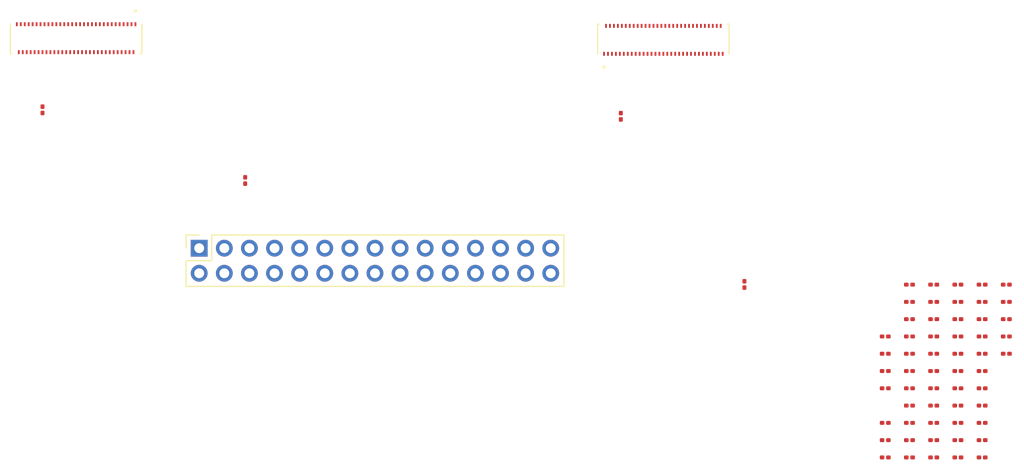
<source format=kicad_pcb>
(kicad_pcb (version 20240108) (generator "pcbnew") (generator_version "8.0")
  (layers (0 "F.Cu" signal) (31 "B.Cu" signal) (34 "B.Paste" user) (35 "F.Paste" user) (36 "B.SilkS" user "B.Silkscreen") (37 "F.SilkS" user "F.Silkscreen") (38 "B.Mask" user) (39 "F.Mask" user) (44 "Edge.Cuts" user))
  (net 0 "")
  (net 92 "/LV2AP")
  (net 93 "GND")
  (net 94 "/LVDS1V8")
  (net 95 "/VDD5")
  (net 96 "/LV1EN")
  (net 97 "/GND0")
  (net 98 "/LV2CN")
  (net 99 "/VDD6")
  (net 100 "/LV2DP")
  (net 101 "/LV2EP")
  (net 102 "/LV1BP")
  (net 103 "/VDD4")
  (net 104 "/VDD3")
  (net 105 "/VDD7")
  (net 106 "/LV1DN")
  (net 107 "/LV1CN")
  (net 108 "/LV2EN")
  (net 109 "/LV1DP")
  (net 110 "/LV1AN")
  (net 111 "/LV2BP")
  (net 112 "/VDD2")
  (net 113 "/VDD9")
  (net 114 "/LV1BN")
  (net 115 "/LV1CP")
  (net 116 "/LV2DN")
  (net 117 "/LV1EP")
  (net 118 "/LV2BN")
  (net 119 "/LV1AP")
  (net 121 "/LV2AN")
  (net 122 "/VDD8")
  (net 123 "/LV2CP")
  (net 124 "Net-(J3-Pad47)")
  (net 125 "/VDD10")
  (net 128 "Net-(R2-Pad2)")
  (net 129 "Net-(R12-Pad1)")
  (net 130 "Net-(R14-Pad2)")
  (net 131 "Net-(R20-Pad2)")
  (net 132 "Net-(R26-Pad2)")
  (net 134 "Net-(R44-Pad2)")
  (net 136 "Net-(R46-Pad2)")
  (net 137 "Net-(R50-Pad2)")
  (net 138 "Net-(R52-Pad2)")
  (net 139 "Net-(R56-Pad2)")
  (net 140 "Net-(R58-Pad2)")
  (net 143 "/LVDS_O0P")
  (net 144 "/EVF1_O0P")
  (net 145 "/EVF2_O0P")
  (net 146 "/LVDS_O0N")
  (net 147 "Net-(R4-Pad2)")
  (net 148 "/EVF1_O0N")
  (net 149 "/EVF2_O0N")
  (net 150 "/LVDS_O1P")
  (net 151 "Net-(R10-Pad2)")
  (net 152 "/LVDS_O1N")
  (net 153 "/EVF1_O1N")
  (net 154 "/EVF2_O1N")
  (net 155 "/LVDS_O2P")
  (net 156 "/EVF1_O2P")
  (net 157 "/EVF2_O2P")
  (net 158 "Net-(R16-Pad2)")
  (net 159 "/LVDS_O2N")
  (net 160 "/EVF1_O2N")
  (net 161 "/EVF2_O2N")
  (net 162 "/LVDS_O3P")
  (net 163 "/EVF1_O3P")
  (net 164 "/EVF2_O3P")
  (net 165 "/LVDS_O3N")
  (net 166 "Net-(R22-Pad2)")
  (net 167 "/EVF1_O3N")
  (net 168 "/EVF2_O3N")
  (net 169 "/LVDS_OCP")
  (net 170 "/EVF1_OCP")
  (net 171 "/EVF2_OCP")
  (net 172 "/LVDS_OCN")
  (net 173 "Net-(R28-Pad2)")
  (net 174 "/EVF1_OCN")
  (net 175 "/EVF2_OCN")
  (net 176 "/LVDS_E0P")
  (net 177 "/LVDS_E0N")
  (net 178 "Net-(R32-Pad2)")
  (net 179 "/LVDS_E1P")
  (net 180 "Net-(R34-Pad2)")
  (net 181 "/LVDS_E1N")
  (net 182 "/LVDS_E2P")
  (net 183 "/LVDS_E2N")
  (net 184 "/LVDS_E3P")
  (net 185 "/LVDS_E3N")
  (net 186 "Net-(R38-Pad2)")
  (net 187 "/LVDS_ECP")
  (net 188 "/LVDS_ECN")
  (net 189 "Net-(R40-Pad2)")
  (net 190 "/EVF1_E0P")
  (net 191 "/EVF2_E0P")
  (net 192 "/EVF1_E0N")
  (net 193 "/EVF2_E0N")
  (net 194 "/EVF1_E1N")
  (net 195 "/EVF2_E1N")
  (net 196 "/EVF1_E2P")
  (net 197 "/EVF2_E2P")
  (net 198 "/EVF1_E2N")
  (net 199 "/EVF2_E2N")
  (net 200 "/EVF1_E3P")
  (net 201 "/EVF2_E3P")
  (net 202 "/EVF1_E3N")
  (net 203 "/EVF2_E3N")
  (net 204 "/EVF1_ECP")
  (net 205 "/EVF2_ECP")
  (net 206 "/EVF1_ECN")
  (net 207 "/EVF2_ECN")
  (net 208 "/EVF1_O1P")
  (net 209 "/EVF2_O1P")
  (footprint "Resistor_SMD:R_0201_0603Metric" (layer "F.Cu") (at 253.595 126.95)
    (property "Reference" "R11" (hide yes))
    (property "Value" "16.5")
    (pad "1" smd roundrect (at -0.32 0) (size 0.46 0.4) (layers "F.Cu" "F.Mask") (net 151 "Net-(R10-Pad2)"))
    (pad "2" smd roundrect (at 0.32 0) (size 0.46 0.4) (layers "F.Cu" "F.Mask") (net 192 "/EVF1_E0N"))
  )
  (footprint "Resistor_SMD:R_0201_0603Metric" (layer "F.Cu") (at 248.695 119.95)
    (property "Reference" "R33" (hide yes))
    (property "Value" "16.5")
    (pad "1" smd roundrect (at -0.32 0) (size 0.46 0.4) (layers "F.Cu" "F.Mask") (net 178 "Net-(R32-Pad2)"))
    (pad "2" smd roundrect (at 0.32 0) (size 0.46 0.4) (layers "F.Cu" "F.Mask") (net 160 "/EVF1_O2N"))
  )
  (footprint "Resistor_SMD:R_0201_0603Metric" (layer "F.Cu") (at 246.245 118.2)
    (property "Reference" "R9" (hide yes))
    (property "Value" "16.5")
    (pad "1" smd roundrect (at -0.32 0) (size 0.46 0.4) (layers "F.Cu" "F.Mask") (net 129 "Net-(R12-Pad1)"))
    (pad "2" smd roundrect (at 0.32 0) (size 0.46 0.4) (layers "F.Cu" "F.Mask") (net 148 "/EVF1_O0N"))
  )
  (footprint "Resistor_SMD:R_0201_0603Metric" (layer "F.Cu") (at 253.595 111.2)
    (property "Reference" "R22" (hide yes))
    (property "Value" "16.5")
    (pad "1" smd roundrect (at -0.32 0) (size 0.46 0.4) (layers "F.Cu" "F.Mask") (net 181 "/LVDS_E1N"))
    (pad "2" smd roundrect (at 0.32 0) (size 0.46 0.4) (layers "F.Cu" "F.Mask") (net 166 "Net-(R22-Pad2)"))
  )
  (footprint "Resistor_SMD:R_0201_0603Metric" (layer "F.Cu") (at 258.495 111.2)
    (property "Reference" "R49" (hide yes))
    (property "Value" "16.5")
    (pad "1" smd roundrect (at -0.32 0) (size 0.46 0.4) (layers "F.Cu" "F.Mask") (net 136 "Net-(R46-Pad2)"))
    (pad "2" smd roundrect (at 0.32 0) (size 0.46 0.4) (layers "F.Cu" "F.Mask") (net 203 "/EVF2_E3N"))
  )
  (footprint "Resistor_SMD:R_0201_0603Metric" (layer "F.Cu") (at 253.595 125.2)
    (property "Reference" "R7" (hide yes))
    (property "Value" "16.5")
    (pad "1" smd roundrect (at -0.32 0) (size 0.46 0.4) (layers "F.Cu" "F.Mask") (net 147 "Net-(R4-Pad2)"))
    (pad "2" smd roundrect (at 0.32 0) (size 0.46 0.4) (layers "F.Cu" "F.Mask") (net 191 "/EVF2_E0P"))
  )
  (footprint "Resistor_SMD:R_0201_0603Metric" (layer "F.Cu") (at 248.695 123.45)
    (property "Reference" "R38" (hide yes))
    (property "Value" "16.5")
    (pad "1" smd roundrect (at -0.32 0) (size 0.46 0.4) (layers "F.Cu" "F.Mask") (net 162 "/LVDS_O3P"))
    (pad "2" smd roundrect (at 0.32 0) (size 0.46 0.4) (layers "F.Cu" "F.Mask") (net 186 "Net-(R38-Pad2)"))
  )
  (footprint "Resistor_SMD:R_0201_0603Metric" (layer "F.Cu") (at 256.045 116.45)
    (property "Reference" "R25" (hide yes))
    (property "Value" "16.5")
    (pad "1" smd roundrect (at -0.32 0) (size 0.46 0.4) (layers "F.Cu" "F.Mask") (net 166 "Net-(R22-Pad2)"))
    (pad "2" smd roundrect (at 0.32 0) (size 0.46 0.4) (layers "F.Cu" "F.Mask") (net 195 "/EVF2_E1N"))
  )
  (footprint "Connector_PinSocket_2.54mm:PinSocket_2x15_P2.54mm_Vertical" (layer "F.Cu") (at 176.85 107.51 90)
    (property "Reference" "J2" (hide yes))
    (property "Value" "Conn_02x15_Odd_Even")
    (fp_line (start 1.33 -1.33) (end 1.33 0) (stroke (width 0.12)) (layer "F.SilkS"))
    (fp_line (start 0 -1.33) (end 1.33 -1.33) (stroke (width 0.12)) (layer "F.SilkS"))
    (fp_line (start -1.270001 -1.33) (end -1.27 1.27) (stroke (width 0.12)) (layer "F.SilkS"))
    (fp_line (start -3.87 -1.33) (end -1.270001 -1.33) (stroke (width 0.12)) (layer "F.SilkS"))
    (fp_line (start -3.87 -1.33) (end -3.87 36.89) (stroke (width 0.12)) (layer "F.SilkS"))
    (fp_line (start -1.27 1.27) (end 1.33 1.270001) (stroke (width 0.12)) (layer "F.SilkS"))
    (fp_line (start 1.33 1.270001) (end 1.33 36.89) (stroke (width 0.12)) (layer "F.SilkS"))
    (fp_line (start -3.87 36.89) (end 1.33 36.89) (stroke (width 0.12)) (layer "F.SilkS"))
    (pad "1" thru_hole rect (at 0 0 90) (size 1.7 1.7) (drill 1) (layers "*.Cu" "*.Mask"))
    (pad "2" thru_hole oval (at -2.54 0 90) (size 1.7 1.7) (drill 1) (layers "*.Cu" "*.Mask"))
    (pad "3" thru_hole oval (at 0 2.54 90) (size 1.7 1.7) (drill 1) (layers "*.Cu" "*.Mask"))
    (pad "4" thru_hole oval (at -2.54 2.54 90) (size 1.7 1.7) (drill 1) (layers "*.Cu" "*.Mask"))
    (pad "5" thru_hole oval (at 0 5.079999 90) (size 1.7 1.7) (drill 1) (layers "*.Cu" "*.Mask"))
    (pad "6" thru_hole oval (at -2.54 5.08 90) (size 1.7 1.7) (drill 1) (layers "*.Cu" "*.Mask"))
    (pad "7" thru_hole oval (at 0 7.62 90) (size 1.7 1.7) (drill 1) (layers "*.Cu" "*.Mask"))
    (pad "8" thru_hole oval (at -2.54 7.62 90) (size 1.7 1.7) (drill 1) (layers "*.Cu" "*.Mask"))
    (pad "9" thru_hole oval (at 0 10.16 90) (size 1.7 1.7) (drill 1) (layers "*.Cu" "*.Mask"))
    (pad "10" thru_hole oval (at -2.54 10.16 90) (size 1.7 1.7) (drill 1) (layers "*.Cu" "*.Mask"))
    (pad "11" thru_hole oval (at 0 12.7 90) (size 1.7 1.7) (drill 1) (layers "*.Cu" "*.Mask"))
    (pad "12" thru_hole oval (at -2.54 12.7 90) (size 1.7 1.7) (drill 1) (layers "*.Cu" "*.Mask"))
    (pad "13" thru_hole oval (at 0 15.24 90) (size 1.7 1.7) (drill 1) (layers "*.Cu" "*.Mask"))
    (pad "14" thru_hole oval (at -2.54 15.24 90) (size 1.7 1.7) (drill 1) (layers "*.Cu" "*.Mask"))
    (pad "15" thru_hole oval (at 0 17.780001 90) (size 1.7 1.7) (drill 1) (layers "*.Cu" "*.Mask"))
    (pad "16" thru_hole oval (at -2.54 17.78 90) (size 1.7 1.7) (drill 1) (layers "*.Cu" "*.Mask"))
    (pad "17" thru_hole oval (at 0 20.32 90) (size 1.7 1.7) (drill 1) (layers "*.Cu" "*.Mask"))
    (pad "18" thru_hole oval (at -2.54 20.32 90) (size 1.7 1.7) (drill 1) (layers "*.Cu" "*.Mask"))
    (pad "19" thru_hole oval (at 0 22.86 90) (size 1.7 1.7) (drill 1) (layers "*.Cu" "*.Mask"))
    (pad "20" thru_hole oval (at -2.54 22.86 90) (size 1.7 1.7) (drill 1) (layers "*.Cu" "*.Mask"))
    (pad "21" thru_hole oval (at 0 25.4 90) (size 1.7 1.7) (drill 1) (layers "*.Cu" "*.Mask"))
    (pad "22" thru_hole oval (at -2.54 25.4 90) (size 1.7 1.7) (drill 1) (layers "*.Cu" "*.Mask"))
    (pad "23" thru_hole oval (at 0 27.939999 90) (size 1.7 1.7) (drill 1) (layers "*.Cu" "*.Mask"))
    (pad "24" thru_hole oval (at -2.54 27.94 90) (size 1.7 1.7) (drill 1) (layers "*.Cu" "*.Mask"))
    (pad "25" thru_hole oval (at 0 30.48 90) (size 1.7 1.7) (drill 1) (layers "*.Cu" "*.Mask"))
    (pad "26" thru_hole oval (at -2.54 30.48 90) (size 1.7 1.7) (drill 1) (layers "*.Cu" "*.Mask"))
    (pad "27" thru_hole oval (at 0 33.02 90) (size 1.7 1.7) (drill 1) (layers "*.Cu" "*.Mask"))
    (pad "28" thru_hole oval (at -2.54 33.02 90) (size 1.7 1.7) (drill 1) (layers "*.Cu" "*.Mask"))
    (pad "29" thru_hole oval (at 0 35.56 90) (size 1.7 1.7) (drill 1) (layers "*.Cu" "*.Mask"))
    (pad "30" thru_hole oval (at -2.54 35.56 90) (size 1.7 1.7) (drill 1) (layers "*.Cu" "*.Mask"))
  )
  (footprint "Resistor_SMD:R_0201_0603Metric" (layer "F.Cu") (at 256.045 111.2)
    (property "Reference" "R17" (hide yes))
    (property "Value" "16.5")
    (pad "1" smd roundrect (at -0.32 0) (size 0.46 0.4) (layers "F.Cu" "F.Mask") (net 158 "Net-(R16-Pad2)"))
    (pad "2" smd roundrect (at 0.32 0) (size 0.46 0.4) (layers "F.Cu" "F.Mask") (net 190 "/EVF1_E0P"))
  )
  (footprint "Resistor_SMD:R_0201_0603Metric" (layer "F.Cu") (at 256.045 126.95)
    (property "Reference" "R43" (hide yes))
    (property "Value" "16.5")
    (pad "1" smd roundrect (at -0.32 0) (size 0.46 0.4) (layers "F.Cu" "F.Mask") (net 189 "Net-(R40-Pad2)"))
    (pad "2" smd roundrect (at 0.32 0) (size 0.46 0.4) (layers "F.Cu" "F.Mask") (net 201 "/EVF2_E3P"))
  )
  (footprint "Resistor_SMD:R_0201_0603Metric" (layer "F.Cu") (at 256.045 114.7)
    (property "Reference" "R23" (hide yes))
    (property "Value" "16.5")
    (pad "1" smd roundrect (at -0.32 0) (size 0.46 0.4) (layers "F.Cu" "F.Mask") (net 166 "Net-(R22-Pad2)"))
    (pad "2" smd roundrect (at 0.32 0) (size 0.46 0.4) (layers "F.Cu" "F.Mask") (net 194 "/EVF1_E1N"))
  )
  (footprint "Resistor_SMD:R_0201_0603Metric" (layer "F.Cu") (at 251.145 114.7)
    (property "Reference" "R50" (hide yes))
    (property "Value" "16.5")
    (pad "1" smd roundrect (at -0.32 0) (size 0.46 0.4) (layers "F.Cu" "F.Mask") (net 169 "/LVDS_OCP"))
    (pad "2" smd roundrect (at 0.32 0) (size 0.46 0.4) (layers "F.Cu" "F.Mask") (net 137 "Net-(R50-Pad2)"))
  )
  (footprint "Resistor_SMD:R_0201_0603Metric" (layer "F.Cu") (at 246.245 121.7)
    (property "Reference" "R14" (hide yes))
    (property "Value" "16.5")
    (pad "1" smd roundrect (at -0.32 0) (size 0.46 0.4) (layers "F.Cu" "F.Mask") (net 150 "/LVDS_O1P"))
    (pad "2" smd roundrect (at 0.32 0) (size 0.46 0.4) (layers "F.Cu" "F.Mask") (net 130 "Net-(R14-Pad2)"))
  )
  (footprint "Resistor_SMD:R_0201_0603Metric" (layer "F.Cu") (at 248.695 118.2)
    (property "Reference" "R32" (hide yes))
    (property "Value" "16.5")
    (pad "1" smd roundrect (at -0.32 0) (size 0.46 0.4) (layers "F.Cu" "F.Mask") (net 159 "/LVDS_O2N"))
    (pad "2" smd roundrect (at 0.32 0) (size 0.46 0.4) (layers "F.Cu" "F.Mask") (net 178 "Net-(R32-Pad2)"))
  )
  (footprint "Resistor_SMD:R_0201_0603Metric" (layer "F.Cu") (at 256.045 128.7)
    (property "Reference" "R47" (hide yes))
    (property "Value" "16.5")
    (pad "1" smd roundrect (at -0.32 0) (size 0.46 0.4) (layers "F.Cu" "F.Mask") (net 136 "Net-(R46-Pad2)"))
    (pad "2" smd roundrect (at 0.32 0) (size 0.46 0.4) (layers "F.Cu" "F.Mask") (net 202 "/EVF1_E3N"))
  )
  (footprint "Resistor_SMD:R_0201_0603Metric" (layer "F.Cu") (at 246.245 128.7)
    (property "Reference" "R21" (hide yes))
    (property "Value" "16.5")
    (pad "1" smd roundrect (at -0.32 0) (size 0.46 0.4) (layers "F.Cu" "F.Mask") (net 131 "Net-(R20-Pad2)"))
    (pad "2" smd roundrect (at 0.32 0) (size 0.46 0.4) (layers "F.Cu" "F.Mask") (net 153 "/EVF1_O1N"))
  )
  (footprint "Resistor_SMD:R_0201_0603Metric" (layer "F.Cu") (at 256.045 125.2)
    (property "Reference" "R41" (hide yes))
    (property "Value" "16.5")
    (pad "1" smd roundrect (at -0.32 0) (size 0.46 0.4) (layers "F.Cu" "F.Mask") (net 189 "Net-(R40-Pad2)"))
    (pad "2" smd roundrect (at 0.32 0) (size 0.46 0.4) (layers "F.Cu" "F.Mask") (net 200 "/EVF1_E3P"))
  )
  (footprint "Resistor_SMD:R_0201_0603Metric" (layer "F.Cu") (at 248.695 121.7)
    (property "Reference" "R36" (hide yes))
    (property "Value" "16.5")
    (pad "1" smd roundrect (at -0.32 0) (size 0.46 0.4) (layers "F.Cu" "F.Mask") (net 178 "Net-(R32-Pad2)"))
    (pad "2" smd roundrect (at 0.32 0) (size 0.46 0.4) (layers "F.Cu" "F.Mask") (net 161 "/EVF2_O2N"))
  )
  (footprint "Resistor_SMD:R_0201_0603Metric" (layer "F.Cu") (at 246.245 126.95)
    (property "Reference" "R20" (hide yes))
    (property "Value" "16.5")
    (pad "1" smd roundrect (at -0.32 0) (size 0.46 0.4) (layers "F.Cu" "F.Mask") (net 152 "/LVDS_O1N"))
    (pad "2" smd roundrect (at 0.32 0) (size 0.46 0.4) (layers "F.Cu" "F.Mask") (net 131 "Net-(R20-Pad2)"))
  )
  (footprint "Resistor_SMD:R_0201_0603Metric" (layer "F.Cu") (at 253.595 112.95)
    (property "Reference" "R28" (hide yes))
    (property "Value" "16.5")
    (pad "1" smd roundrect (at -0.32 0) (size 0.46 0.4) (layers "F.Cu" "F.Mask") (net 182 "/LVDS_E2P"))
    (pad "2" smd roundrect (at 0.32 0) (size 0.46 0.4) (layers "F.Cu" "F.Mask") (net 173 "Net-(R28-Pad2)"))
  )
  (footprint "Resistor_SMD:R_0201_0603Metric" (layer "F.Cu") (at 253.595 128.7)
    (property "Reference" "R13" (hide yes))
    (property "Value" "16.5")
    (pad "1" smd roundrect (at -0.32 0) (size 0.46 0.4) (layers "F.Cu" "F.Mask") (net 151 "Net-(R10-Pad2)"))
    (pad "2" smd roundrect (at 0.32 0) (size 0.46 0.4) (layers "F.Cu" "F.Mask") (net 193 "/EVF2_E0N"))
  )
  (footprint "Resistor_SMD:R_0201_0603Metric" (layer "F.Cu") (at 248.695 125.2)
    (property "Reference" "R39" (hide yes))
    (property "Value" "16.5")
    (pad "1" smd roundrect (at -0.32 0) (size 0.46 0.4) (layers "F.Cu" "F.Mask") (net 186 "Net-(R38-Pad2)"))
    (pad "2" smd roundrect (at 0.32 0) (size 0.46 0.4) (layers "F.Cu" "F.Mask") (net 163 "/EVF1_O3P"))
  )
  (footprint "Component_lib:FR02C061JA1R5000" (layer "F.Cu") (at 164.4 86.33 180)
    (property "Reference" "J3" (hide yes))
    (property "Value" "FR02C061JA1-R5000" (hide yes))
    (fp_line (start 6.65 1.5) (end 6.65 1.5) (stroke (width 0.1)) (layer "F.SilkS"))
    (fp_line (start 6.65 1.5) (end 6.65 -1.5) (stroke (width 0.1)) (layer "F.SilkS"))
    (fp_line (start 6.65 -1.5) (end 6.65 1.5) (stroke (width 0.1)) (layer "F.SilkS"))
    (fp_line (start 6.65 -1.5) (end 6.65 -1.5) (stroke (width 0.1)) (layer "F.SilkS"))
    (fp_line (start 6.65 -1.5) (end 6.65 -1.5) (stroke (width 0.1)) (layer "F.SilkS"))
    (fp_line (start 6.65 -1.5) (end 6.5 -1.5) (stroke (width 0.1)) (layer "F.SilkS"))
    (fp_line (start 6.5 -1.5) (end 6.65 -1.5) (stroke (width 0.1)) (layer "F.SilkS"))
    (fp_line (start 6.5 -1.5) (end 6.5 -1.5) (stroke (width 0.1)) (layer "F.SilkS"))
    (fp_line (start -6 2.9) (end -6 2.9) (stroke (width 0.2)) (layer "F.SilkS"))
    (fp_line (start -6 2.9) (end -6 2.9) (stroke (width 0.2)) (layer "F.SilkS"))
    (fp_line (start -6 2.8) (end -6 2.8) (stroke (width 0.2)) (layer "F.SilkS"))
    (fp_line (start -6.5 -1.5) (end -6.5 -1.5) (stroke (width 0.1)) (layer "F.SilkS"))
    (fp_line (start -6.5 -1.5) (end -6.65 -1.5) (stroke (width 0.1)) (layer "F.SilkS"))
    (fp_line (start -6.65 1.5) (end -6.65 1.5) (stroke (width 0.1)) (layer "F.SilkS"))
    (fp_line (start -6.65 1.5) (end -6.65 -1.5) (stroke (width 0.1)) (layer "F.SilkS"))
    (fp_line (start -6.65 -1.5) (end -6.5 -1.5) (stroke (width 0.1)) (layer "F.SilkS"))
    (fp_line (start -6.65 -1.5) (end -6.65 1.5) (stroke (width 0.1)) (layer "F.SilkS"))
    (fp_line (start -6.65 -1.5) (end -6.65 -1.5) (stroke (width 0.1)) (layer "F.SilkS"))
    (fp_line (start -6.65 -1.5) (end -6.65 -1.5) (stroke (width 0.1)) (layer "F.SilkS"))
    (fp_arc (start -6 2.9) (mid -6.05 2.85) (end -6 2.8) (stroke (width 0.2)) (layer "F.SilkS"))
    (fp_arc (start -6 2.8) (mid -5.95 2.85) (end -6 2.9) (stroke (width 0.2)) (layer "F.SilkS"))
    (fp_arc (start -6 2.8) (mid -5.95 2.85) (end -6 2.9) (stroke (width 0.2)) (layer "F.SilkS"))
    (pad "1" smd rect (at -6 1.5 180) (size 0.18 0.4) (layers "F.Cu" "F.Paste" "F.Mask") (net 93 "GND"))
    (pad "2" smd rect (at -5.8 -1.33 180) (size 0.18 0.4) (layers "F.Cu" "F.Paste" "F.Mask") (net 112 "/VDD2"))
    (pad "3" smd rect (at -5.6 1.5 180) (size 0.18 0.4) (layers "F.Cu" "F.Paste" "F.Mask") (net 104 "/VDD3"))
    (pad "4" smd rect (at -5.400001 -1.33 180) (size 0.18 0.4) (layers "F.Cu" "F.Paste" "F.Mask") (net 99 "/VDD6"))
    (pad "5" smd rect (at -5.2 1.5 180) (size 0.18 0.4) (layers "F.Cu" "F.Paste" "F.Mask") (net 103 "/VDD4"))
    (pad "6" smd rect (at -5 -1.33 180) (size 0.18 0.4) (layers "F.Cu" "F.Paste" "F.Mask") (net 105 "/VDD7"))
    (pad "7" smd rect (at -4.8 1.5 180) (size 0.18 0.4) (layers "F.Cu" "F.Paste" "F.Mask") (net 95 "/VDD5"))
    (pad "8" smd rect (at -4.6 -1.33 180) (size 0.18 0.4) (layers "F.Cu" "F.Paste" "F.Mask") (net 122 "/VDD8"))
    (pad "9" smd rect (at -4.4 1.5 180) (size 0.18 0.4) (layers "F.Cu" "F.Paste" "F.Mask") (net 125 "/VDD10"))
    (pad "10" smd rect (at -4.199999 -1.33 180) (size 0.18 0.4) (layers "F.Cu" "F.Paste" "F.Mask") (net 93 "GND"))
    (pad "11" smd rect (at -4 1.5 180) (size 0.18 0.4) (layers "F.Cu" "F.Paste" "F.Mask") (net 113 "/VDD9"))
    (pad "12" smd rect (at -3.8 -1.33 180) (size 0.18 0.4) (layers "F.Cu" "F.Paste" "F.Mask") (net 97 "/GND0"))
    (pad "13" smd rect (at -3.6 1.5 180) (size 0.18 0.4) (layers "F.Cu" "F.Paste" "F.Mask"))
    (pad "14" smd rect (at -3.4 -1.33 180) (size 0.18 0.4) (layers "F.Cu" "F.Paste" "F.Mask") (net 116 "/LV2DN"))
    (pad "15" smd rect (at -3.2 1.5 180) (size 0.18 0.4) (layers "F.Cu" "F.Paste" "F.Mask") (net 100 "/LV2DP"))
    (pad "16" smd rect (at -3 -1.33 180) (size 0.18 0.4) (layers "F.Cu" "F.Paste" "F.Mask") (net 108 "/LV2EN"))
    (pad "17" smd rect (at -2.8 1.5 180) (size 0.18 0.4) (layers "F.Cu" "F.Paste" "F.Mask") (net 101 "/LV2EP"))
    (pad "18" smd rect (at -2.600001 -1.33 180) (size 0.18 0.4) (layers "F.Cu" "F.Paste" "F.Mask") (net 98 "/LV2CN"))
    (pad "19" smd rect (at -2.4 1.5 180) (size 0.18 0.4) (layers "F.Cu" "F.Paste" "F.Mask") (net 123 "/LV2CP"))
    (pad "20" smd rect (at -2.2 -1.33 180) (size 0.18 0.4) (layers "F.Cu" "F.Paste" "F.Mask") (net 118 "/LV2BN"))
    (pad "21" smd rect (at -2 1.5 180) (size 0.18 0.4) (layers "F.Cu" "F.Paste" "F.Mask") (net 111 "/LV2BP"))
    (pad "22" smd rect (at -1.8 -1.33 180) (size 0.18 0.4) (layers "F.Cu" "F.Paste" "F.Mask") (net 121 "/LV2AN"))
    (pad "23" smd rect (at -1.6 1.5 180) (size 0.18 0.4) (layers "F.Cu" "F.Paste" "F.Mask") (net 92 "/LV2AP"))
    (pad "24" smd rect (at -1.4 -1.330001 180) (size 0.18 0.4) (layers "F.Cu" "F.Paste" "F.Mask") (net 97 "/GND0"))
    (pad "25" smd rect (at -1.2 1.5 180) (size 0.18 0.4) (layers "F.Cu" "F.Paste" "F.Mask") (net 93 "GND"))
    (pad "26" smd rect (at -1 -1.33 180) (size 0.18 0.4) (layers "F.Cu" "F.Paste" "F.Mask") (net 94 "/LVDS1V8"))
    (pad "27" smd rect (at -0.8 1.5 180) (size 0.18 0.4) (layers "F.Cu" "F.Paste" "F.Mask") (net 93 "GND"))
    (pad "28" smd rect (at -0.6 -1.33 180) (size 0.18 0.4) (layers "F.Cu" "F.Paste" "F.Mask") (net 93 "GND"))
    (pad "29" smd rect (at -0.4 1.5 180) (size 0.18 0.4) (layers "F.Cu" "F.Paste" "F.Mask") (net 93 "GND"))
    (pad "30" smd rect (at -0.199999 -1.33 180) (size 0.18 0.4) (layers "F.Cu" "F.Paste" "F.Mask") (net 93 "GND"))
    (pad "31" smd rect (at 0 1.5 180) (size 0.18 0.4) (layers "F.Cu" "F.Paste" "F.Mask") (net 94 "/LVDS1V8"))
    (pad "32" smd rect (at 0.199999 -1.33 180) (size 0.18 0.4) (layers "F.Cu" "F.Paste" "F.Mask") (net 93 "GND"))
    (pad "33" smd rect (at 0.4 1.5 180) (size 0.18 0.4) (layers "F.Cu" "F.Paste" "F.Mask") (net 93 "GND"))
    (pad "34" smd rect (at 0.6 -1.33 180) (size 0.18 0.4) (layers "F.Cu" "F.Paste" "F.Mask"))
    (pad "35" smd rect (at 0.8 1.5 180) (size 0.18 0.4) (layers "F.Cu" "F.Paste" "F.Mask") (net 119 "/LV1AP"))
    (pad "36" smd rect (at 1 -1.33 180) (size 0.18 0.4) (layers "F.Cu" "F.Paste" "F.Mask") (net 110 "/LV1AN"))
    (pad "37" smd rect (at 1.2 1.5 180) (size 0.18 0.4) (layers "F.Cu" "F.Paste" "F.Mask") (net 102 "/LV1BP"))
    (pad "38" smd rect (at 1.4 -1.330001 180) (size 0.18 0.4) (layers "F.Cu" "F.Paste" "F.Mask") (net 114 "/LV1BN"))
    (pad "39" smd rect (at 1.6 1.5 180) (size 0.18 0.4) (layers "F.Cu" "F.Paste" "F.Mask") (net 115 "/LV1CP"))
    (pad "40" smd rect (at 1.8 -1.33 180) (size 0.18 0.4) (layers "F.Cu" "F.Paste" "F.Mask") (net 107 "/LV1CN"))
    (pad "41" smd rect (at 2 1.5 180) (size 0.18 0.4) (layers "F.Cu" "F.Paste" "F.Mask") (net 117 "/LV1EP"))
    (pad "42" smd rect (at 2.2 -1.33 180) (size 0.18 0.4) (layers "F.Cu" "F.Paste" "F.Mask") (net 96 "/LV1EN"))
    (pad "43" smd rect (at 2.4 1.5 180) (size 0.18 0.4) (layers "F.Cu" "F.Paste" "F.Mask") (net 109 "/LV1DP"))
    (pad "44" smd rect (at 2.600001 -1.33 180) (size 0.18 0.4) (layers "F.Cu" "F.Paste" "F.Mask") (net 106 "/LV1DN"))
    (pad "45" smd rect (at 2.8 1.5 180) (size 0.18 0.4) (layers "F.Cu" "F.Paste" "F.Mask") (net 94 "/LVDS1V8"))
    (pad "46" smd rect (at 3 -1.33 180) (size 0.18 0.4) (layers "F.Cu" "F.Paste" "F.Mask") (net 93 "GND"))
    (pad "47" smd rect (at 3.2 1.5 180) (size 0.18 0.4) (layers "F.Cu" "F.Paste" "F.Mask") (net 124 "Net-(J3-Pad47)"))
    (pad "48" smd rect (at 3.4 -1.33 180) (size 0.18 0.4) (layers "F.Cu" "F.Paste" "F.Mask") (net 94 "/LVDS1V8"))
    (pad "49" smd rect (at 3.6 1.5 180) (size 0.18 0.4) (layers "F.Cu" "F.Paste" "F.Mask") (net 93 "GND"))
    (pad "50" smd rect (at 3.8 -1.33 180) (size 0.18 0.4) (layers "F.Cu" "F.Paste" "F.Mask"))
    (pad "51" smd rect (at 4 1.5 180) (size 0.18 0.4) (layers "F.Cu" "F.Paste" "F.Mask"))
    (pad "52" smd rect (at 4.199999 -1.33 180) (size 0.18 0.4) (layers "F.Cu" "F.Paste" "F.Mask"))
    (pad "53" smd rect (at 4.4 1.5 180) (size 0.18 0.4) (layers "F.Cu" "F.Paste" "F.Mask"))
    (pad "54" smd rect (at 4.6 -1.33 180) (size 0.18 0.4) (layers "F.Cu" "F.Paste" "F.Mask"))
    (pad "55" smd rect (at 4.8 1.5 180) (size 0.18 0.4) (layers "F.Cu" "F.Paste" "F.Mask") (net 93 "GND"))
    (pad "56" smd rect (at 5 -1.33 180) (size 0.18 0.4) (layers "F.Cu" "F.Paste" "F.Mask") (net 93 "GND"))
    (pad "57" smd rect (at 5.2 1.5 180) (size 0.18 0.4) (layers "F.Cu" "F.Paste" "F.Mask") (net 113 "/VDD9"))
    (pad "58" smd rect (at 5.400001 -1.33 180) (size 0.18 0.4) (layers "F.Cu" "F.Paste" "F.Mask") (net 93 "GND"))
    (pad "59" smd rect (at 5.6 1.5 180) (size 0.18 0.4) (layers "F.Cu" "F.Paste" "F.Mask") (net 125 "/VDD10"))
    (pad "60" smd rect (at 5.8 -1.33 180) (size 0.18 0.4) (layers "F.Cu" "F.Paste" "F.Mask") (net 112 "/VDD2"))
    (pad "61" smd rect (at 6 1.5 180) (size 0.18 0.4) (layers "F.Cu" "F.Paste" "F.Mask") (net 93 "GND"))
  )
  (footprint "Resistor_SMD:R_0201_0603Metric" (layer "F.Cu") (at 161 93.5 90)
    (property "Reference" "R3" (hide yes))
    (property "Value" "16.5")
    (pad "1" smd roundrect (at -0.32 0 90) (size 0.46 0.4) (layers "F.Cu" "F.Mask") (net 128 "Net-(R2-Pad2)"))
    (pad "2" smd roundrect (at 0.32 0 90) (size 0.46 0.4) (layers "F.Cu" "F.Mask") (net 144 "/EVF1_O0P"))
  )
  (footprint "Resistor_SMD:R_0201_0603Metric" (layer "F.Cu") (at 258.495 118.2)
    (property "Reference" "R61" (hide yes))
    (property "Value" "16.5")
    (pad "1" smd roundrect (at -0.32 0) (size 0.46 0.4) (layers "F.Cu" "F.Mask") (net 140 "Net-(R58-Pad2)"))
    (pad "2" smd roundrect (at 0.32 0) (size 0.46 0.4) (layers "F.Cu" "F.Mask") (net 207 "/EVF2_ECN"))
  )
  (footprint "Resistor_SMD:R_0201_0603Metric" (layer "F.Cu") (at 246.245 116.45)
    (property "Reference" "R8" (hide yes))
    (property "Value" "16.5")
    (pad "1" smd roundrect (at -0.32 0) (size 0.46 0.4) (layers "F.Cu" "F.Mask") (net 146 "/LVDS_O0N"))
    (pad "2" smd roundrect (at 0.32 0) (size 0.46 0.4) (layers "F.Cu" "F.Mask") (net 129 "Net-(R12-Pad1)"))
  )
  (footprint "Resistor_SMD:R_0201_0603Metric" (layer "F.Cu") (at 251.145 128.7)
    (property "Reference" "R16" (hide yes))
    (property "Value" "16.5")
    (pad "1" smd roundrect (at -0.32 0) (size 0.46 0.4) (layers "F.Cu" "F.Mask") (net 179 "/LVDS_E1P"))
    (pad "2" smd roundrect (at 0.32 0) (size 0.46 0.4) (layers "F.Cu" "F.Mask") (net 158 "Net-(R16-Pad2)"))
  )
  (footprint "Resistor_SMD:R_0201_0603Metric" (layer "F.Cu") (at 248.695 112.95)
    (property "Reference" "R26" (hide yes))
    (property "Value" "16.5")
    (pad "1" smd roundrect (at -0.32 0) (size 0.46 0.4) (layers "F.Cu" "F.Mask") (net 155 "/LVDS_O2P"))
    (pad "2" smd roundrect (at 0.32 0) (size 0.46 0.4) (layers "F.Cu" "F.Mask") (net 132 "Net-(R26-Pad2)"))
  )
  (footprint "Resistor_SMD:R_0201_0603Metric" (layer "F.Cu") (at 251.145 116.45)
    (property "Reference" "R51" (hide yes))
    (property "Value" "16.5")
    (pad "1" smd roundrect (at -0.32 0) (size 0.46 0.4) (layers "F.Cu" "F.Mask") (net 137 "Net-(R50-Pad2)"))
    (pad "2" smd roundrect (at 0.32 0) (size 0.46 0.4) (layers "F.Cu" "F.Mask") (net 170 "/EVF1_OCP"))
  )
  (footprint "Resistor_SMD:R_0201_0603Metric" (layer "F.Cu") (at 251.145 126.95)
    (property "Reference" "R10" (hide yes))
    (property "Value" "16.5")
    (pad "1" smd roundrect (at -0.32 0) (size 0.46 0.4) (layers "F.Cu" "F.Mask") (net 177 "/LVDS_E0N"))
    (pad "2" smd roundrect (at 0.32 0) (size 0.46 0.4) (layers "F.Cu" "F.Mask") (net 151 "Net-(R10-Pad2)"))
  )
  (footprint "Resistor_SMD:R_0201_0603Metric" (layer "F.Cu") (at 253.595 114.7)
    (property "Reference" "R34" (hide yes))
    (property "Value" "16.5")
    (pad "1" smd roundrect (at -0.32 0) (size 0.46 0.4) (layers "F.Cu" "F.Mask") (net 183 "/LVDS_E2N"))
    (pad "2" smd roundrect (at 0.32 0) (size 0.46 0.4) (layers "F.Cu" "F.Mask") (net 180 "Net-(R34-Pad2)"))
  )
  (footprint "Resistor_SMD:R_0201_0603Metric" (layer "F.Cu") (at 251.145 111.2)
    (property "Reference" "R45" (hide yes))
    (property "Value" "16.5")
    (pad "1" smd roundrect (at -0.32 0) (size 0.46 0.4) (layers "F.Cu" "F.Mask") (net 134 "Net-(R44-Pad2)"))
    (pad "2" smd roundrect (at 0.32 0) (size 0.46 0.4) (layers "F.Cu" "F.Mask") (net 167 "/EVF1_O3N"))
  )
  (footprint "Resistor_SMD:R_0201_0603Metric" (layer "F.Cu") (at 248.695 114.7)
    (property "Reference" "R27" (hide yes))
    (property "Value" "16.5")
    (pad "1" smd roundrect (at -0.32 0) (size 0.46 0.4) (layers "F.Cu" "F.Mask") (net 132 "Net-(R26-Pad2)"))
    (pad "2" smd roundrect (at 0.32 0) (size 0.46 0.4) (layers "F.Cu" "F.Mask") (net 156 "/EVF1_O2P"))
  )
  (footprint "Resistor_SMD:R_0201_0603Metric" (layer "F.Cu") (at 258.495 116.45)
    (property "Reference" "R59" (hide yes))
    (property "Value" "16.5")
    (pad "1" smd roundrect (at -0.32 0) (size 0.46 0.4) (layers "F.Cu" "F.Mask") (net 140 "Net-(R58-Pad2)"))
    (pad "2" smd roundrect (at 0.32 0) (size 0.46 0.4) (layers "F.Cu" "F.Mask") (net 206 "/EVF1_ECN"))
  )
  (footprint "Resistor_SMD:R_0201_0603Metric" (layer "F.Cu") (at 246.245 119.95)
    (property "Reference" "R12" (hide yes))
    (property "Value" "16.5")
    (pad "1" smd roundrect (at -0.32 0) (size 0.46 0.4) (layers "F.Cu" "F.Mask") (net 129 "Net-(R12-Pad1)"))
    (pad "2" smd roundrect (at 0.32 0) (size 0.46 0.4) (layers "F.Cu" "F.Mask") (net 149 "/EVF2_O0N"))
  )
  (footprint "Resistor_SMD:R_0201_0603Metric" (layer "F.Cu") (at 258.495 112.95)
    (property "Reference" "R53" (hide yes))
    (property "Value" "16.5")
    (pad "1" smd roundrect (at -0.32 0) (size 0.46 0.4) (layers "F.Cu" "F.Mask") (net 138 "Net-(R52-Pad2)"))
    (pad "2" smd roundrect (at 0.32 0) (size 0.46 0.4) (layers "F.Cu" "F.Mask") (net 204 "/EVF1_ECP"))
  )
  (footprint "Resistor_SMD:R_0201_0603Metric" (layer "F.Cu") (at 251.145 123.45)
    (property "Reference" "R60" (hide yes))
    (property "Value" "16.5")
    (pad "1" smd roundrect (at -0.32 0) (size 0.46 0.4) (layers "F.Cu" "F.Mask") (net 139 "Net-(R56-Pad2)"))
    (pad "2" smd roundrect (at 0.32 0) (size 0.46 0.4) (layers "F.Cu" "F.Mask") (net 175 "/EVF2_OCN"))
  )
  (footprint "Resistor_SMD:R_0201_0603Metric" (layer "F.Cu") (at 232 111.18 90)
    (property "Reference" "R15" (hide yes))
    (property "Value" "16.5")
    (pad "1" smd roundrect (at -0.32 0 90) (size 0.46 0.4) (layers "F.Cu" "F.Mask") (net 130 "Net-(R14-Pad2)"))
    (pad "2" smd roundrect (at 0.32 0 90) (size 0.46 0.4) (layers "F.Cu" "F.Mask") (net 208 "/EVF1_O1P"))
  )
  (footprint "Resistor_SMD:R_0201_0603Metric" (layer "F.Cu") (at 251.145 121.7)
    (property "Reference" "R57" (hide yes))
    (property "Value" "16.5")
    (pad "1" smd roundrect (at -0.32 0) (size 0.46 0.4) (layers "F.Cu" "F.Mask") (net 139 "Net-(R56-Pad2)"))
    (pad "2" smd roundrect (at 0.32 0) (size 0.46 0.4) (layers "F.Cu" "F.Mask") (net 174 "/EVF1_OCN"))
  )
  (footprint "Resistor_SMD:R_0201_0603Metric" (layer "F.Cu") (at 251.145 119.95)
    (property "Reference" "R56" (hide yes))
    (property "Value" "16.5")
    (pad "1" smd roundrect (at -0.32 0) (size 0.46 0.4) (layers "F.Cu" "F.Mask") (net 172 "/LVDS_OCN"))
    (pad "2" smd roundrect (at 0.32 0) (size 0.46 0.4) (layers "F.Cu" "F.Mask") (net 139 "Net-(R56-Pad2)"))
  )
  (footprint "Resistor_SMD:R_0201_0603Metric" (layer "F.Cu") (at 248.695 116.45)
    (property "Reference" "R30" (hide yes))
    (property "Value" "16.5")
    (pad "1" smd roundrect (at -0.32 0) (size 0.46 0.4) (layers "F.Cu" "F.Mask") (net 132 "Net-(R26-Pad2)"))
    (pad "2" smd roundrect (at 0.32 0) (size 0.46 0.4) (layers "F.Cu" "F.Mask") (net 157 "/EVF2_O2P"))
  )
  (footprint "Resistor_SMD:R_0201_0603Metric" (layer "F.Cu") (at 251.145 125.2)
    (property "Reference" "R4" (hide yes))
    (property "Value" "16.5")
    (pad "1" smd roundrect (at -0.32 0) (size 0.46 0.4) (layers "F.Cu" "F.Mask") (net 176 "/LVDS_E0P"))
    (pad "2" smd roundrect (at 0.32 0) (size 0.46 0.4) (layers "F.Cu" "F.Mask") (net 147 "Net-(R4-Pad2)"))
  )
  (footprint "Resistor_SMD:R_0201_0603Metric" (layer "F.Cu") (at 253.595 119.95)
    (property "Reference" "R52" (hide yes))
    (property "Value" "16.5")
    (pad "1" smd roundrect (at -0.32 0) (size 0.46 0.4) (layers "F.Cu" "F.Mask") (net 187 "/LVDS_ECP"))
    (pad "2" smd roundrect (at 0.32 0) (size 0.46 0.4) (layers "F.Cu" "F.Mask") (net 138 "Net-(R52-Pad2)"))
  )
  (footprint "Resistor_SMD:R_0201_0603Metric" (layer "F.Cu") (at 253.595 116.45)
    (property "Reference" "R40" (hide yes))
    (property "Value" "16.5")
    (pad "1" smd roundrect (at -0.32 0) (size 0.46 0.4) (layers "F.Cu" "F.Mask") (net 184 "/LVDS_E3P"))
    (pad "2" smd roundrect (at 0.32 0) (size 0.46 0.4) (layers "F.Cu" "F.Mask") (net 189 "Net-(R40-Pad2)"))
  )
  (footprint "Resistor_SMD:R_0201_0603Metric" (layer "F.Cu") (at 256.045 112.95)
    (property "Reference" "R19" (hide yes))
    (property "Value" "16.5")
    (pad "1" smd roundrect (at -0.32 0) (size 0.46 0.4) (layers "F.Cu" "F.Mask") (net 158 "Net-(R16-Pad2)"))
    (pad "2" smd roundrect (at 0.32 0) (size 0.46 0.4) (layers "F.Cu" "F.Mask") (net 191 "/EVF2_E0P"))
  )
  (footprint "Resistor_SMD:R_0201_0603Metric" (layer "F.Cu") (at 256.045 121.7)
    (property "Reference" "R35" (hide yes))
    (property "Value" "16.5")
    (pad "1" smd roundrect (at -0.32 0) (size 0.46 0.4) (layers "F.Cu" "F.Mask") (net 180 "Net-(R34-Pad2)"))
    (pad "2" smd roundrect (at 0.32 0) (size 0.46 0.4) (layers "F.Cu" "F.Mask") (net 198 "/EVF1_E2N"))
  )
  (footprint "Resistor_SMD:R_0201_0603Metric" (layer "F.Cu") (at 219.5 94.155 90)
    (property "Reference" "R6" (hide yes))
    (property "Value" "16.5")
    (pad "1" smd roundrect (at -0.32 0 90) (size 0.46 0.4) (layers "F.Cu" "F.Mask") (net 128 "Net-(R2-Pad2)"))
    (pad "2" smd roundrect (at 0.32 0 90) (size 0.46 0.4) (layers "F.Cu" "F.Mask") (net 145 "/EVF2_O0P"))
  )
  (footprint "Component_lib:FR02C061JA1R5000" (layer "F.Cu") (at 223.8 86.33)
    (property "Reference" "J1" (hide yes))
    (property "Value" "FR02C061JA1-R5000" (hide yes))
    (fp_line (start -6.65 -1.5) (end -6.65 -1.5) (stroke (width 0.1)) (layer "F.SilkS"))
    (fp_line (start -6.65 -1.5) (end -6.65 -1.5) (stroke (width 0.1)) (layer "F.SilkS"))
    (fp_line (start -6.65 -1.5) (end -6.65 1.5) (stroke (width 0.1)) (layer "F.SilkS"))
    (fp_line (start -6.65 -1.5) (end -6.5 -1.5) (stroke (width 0.1)) (layer "F.SilkS"))
    (fp_line (start -6.65 1.5) (end -6.65 -1.5) (stroke (width 0.1)) (layer "F.SilkS"))
    (fp_line (start -6.65 1.5) (end -6.65 1.5) (stroke (width 0.1)) (layer "F.SilkS"))
    (fp_line (start -6.5 -1.5) (end -6.65 -1.5) (stroke (width 0.1)) (layer "F.SilkS"))
    (fp_line (start -6.5 -1.5) (end -6.5 -1.5) (stroke (width 0.1)) (layer "F.SilkS"))
    (fp_line (start -6 2.8) (end -6 2.8) (stroke (width 0.2)) (layer "F.SilkS"))
    (fp_line (start -6 2.9) (end -6 2.9) (stroke (width 0.2)) (layer "F.SilkS"))
    (fp_line (start -6 2.9) (end -6 2.9) (stroke (width 0.2)) (layer "F.SilkS"))
    (fp_line (start 6.5 -1.5) (end 6.5 -1.5) (stroke (width 0.1)) (layer "F.SilkS"))
    (fp_line (start 6.5 -1.5) (end 6.65 -1.5) (stroke (width 0.1)) (layer "F.SilkS"))
    (fp_line (start 6.65 -1.5) (end 6.5 -1.5) (stroke (width 0.1)) (layer "F.SilkS"))
    (fp_line (start 6.65 -1.5) (end 6.65 -1.5) (stroke (width 0.1)) (layer "F.SilkS"))
    (fp_line (start 6.65 -1.5) (end 6.65 -1.5) (stroke (width 0.1)) (layer "F.SilkS"))
    (fp_line (start 6.65 -1.5) (end 6.65 1.5) (stroke (width 0.1)) (layer "F.SilkS"))
    (fp_line (start 6.65 1.5) (end 6.65 -1.5) (stroke (width 0.1)) (layer "F.SilkS"))
    (fp_line (start 6.65 1.5) (end 6.65 1.5) (stroke (width 0.1)) (layer "F.SilkS"))
    (fp_arc (start -6 2.8) (mid -5.95 2.85) (end -6 2.9) (stroke (width 0.2)) (layer "F.SilkS"))
    (fp_arc (start -6 2.8) (mid -5.95 2.85) (end -6 2.9) (stroke (width 0.2)) (layer "F.SilkS"))
    (fp_arc (start -6 2.9) (mid -6.05 2.85) (end -6 2.8) (stroke (width 0.2)) (layer "F.SilkS"))
    (pad "1" smd rect (at -6 1.5) (size 0.18 0.4) (layers "F.Cu" "F.Paste" "F.Mask"))
    (pad "2" smd rect (at -5.8 -1.33) (size 0.18 0.4) (layers "F.Cu" "F.Paste" "F.Mask"))
    (pad "3" smd rect (at -5.6 1.5) (size 0.18 0.4) (layers "F.Cu" "F.Paste" "F.Mask"))
    (pad "4" smd rect (at -5.4 -1.33) (size 0.18 0.4) (layers "F.Cu" "F.Paste" "F.Mask"))
    (pad "5" smd rect (at -5.2 1.5) (size 0.18 0.4) (layers "F.Cu" "F.Paste" "F.Mask"))
    (pad "6" smd rect (at -5 -1.33) (size 0.18 0.4) (layers "F.Cu" "F.Paste" "F.Mask"))
    (pad "7" smd rect (at -4.8 1.5) (size 0.18 0.4) (layers "F.Cu" "F.Paste" "F.Mask"))
    (pad "8" smd rect (at -4.6 -1.33) (size 0.18 0.4) (layers "F.Cu" "F.Paste" "F.Mask"))
    (pad "9" smd rect (at -4.4 1.5) (size 0.18 0.4) (layers "F.Cu" "F.Paste" "F.Mask"))
    (pad "10" smd rect (at -4.2 -1.33) (size 0.18 0.4) (layers "F.Cu" "F.Paste" "F.Mask"))
    (pad "11" smd rect (at -4 1.5) (size 0.18 0.4) (layers "F.Cu" "F.Paste" "F.Mask"))
    (pad "12" smd rect (at -3.8 -1.33) (size 0.18 0.4) (layers "F.Cu" "F.Paste" "F.Mask"))
    (pad "13" smd rect (at -3.6 1.5) (size 0.18 0.4) (layers "F.Cu" "F.Paste" "F.Mask"))
    (pad "14" smd rect (at -3.4 -1.33) (size 0.18 0.4) (layers "F.Cu" "F.Paste" "F.Mask"))
    (pad "15" smd rect (at -3.2 1.5) (size 0.18 0.4) (layers "F.Cu" "F.Paste" "F.Mask"))
    (pad "16" smd rect (at -3 -1.33) (size 0.18 0.4) (layers "F.Cu" "F.Paste" "F.Mask"))
    (pad "17" smd rect (at -2.8 1.5) (size 0.18 0.4) (layers "F.Cu" "F.Paste" "F.Mask"))
    (pad "18" smd rect (at -2.6 -1.33) (size 0.18 0.4) (layers "F.Cu" "F.Paste" "F.Mask"))
    (pad "19" smd rect (at -2.4 1.5) (size 0.18 0.4) (layers "F.Cu" "F.Paste" "F.Mask"))
    (pad "20" smd rect (at -2.2 -1.33) (size 0.18 0.4) (layers "F.Cu" "F.Paste" "F.Mask"))
    (pad "21" smd rect (at -2 1.5) (size 0.18 0.4) (layers "F.Cu" "F.Paste" "F.Mask"))
    (pad "22" smd rect (at -1.8 -1.33) (size 0.18 0.4) (layers "F.Cu" "F.Paste" "F.Mask"))
    (pad "23" smd rect (at -1.6 1.5) (size 0.18 0.4) (layers "F.Cu" "F.Paste" "F.Mask"))
    (pad "24" smd rect (at -1.4 -1.33) (size 0.18 0.4) (layers "F.Cu" "F.Paste" "F.Mask"))
    (pad "25" smd rect (at -1.2 1.5) (size 0.18 0.4) (layers "F.Cu" "F.Paste" "F.Mask"))
    (pad "26" smd rect (at -1 -1.33) (size 0.18 0.4) (layers "F.Cu" "F.Paste" "F.Mask"))
    (pad "27" smd rect (at -0.8 1.5) (size 0.18 0.4) (layers "F.Cu" "F.Paste" "F.Mask"))
    (pad "28" smd rect (at -0.6 -1.33) (size 0.18 0.4) (layers "F.Cu" "F.Paste" "F.Mask"))
    (pad "29" smd rect (at -0.4 1.5) (size 0.18 0.4) (layers "F.Cu" "F.Paste" "F.Mask"))
    (pad "30" smd rect (at -0.2 -1.33) (size 0.18 0.4) (layers "F.Cu" "F.Paste" "F.Mask"))
    (pad "31" smd rect (at 0 1.5) (size 0.18 0.4) (layers "F.Cu" "F.Paste" "F.Mask"))
    (pad "32" smd rect (at 0.2 -1.33) (size 0.18 0.4) (layers "F.Cu" "F.Paste" "F.Mask"))
    (pad "33" smd rect (at 0.4 1.5) (size 0.18 0.4) (layers "F.Cu" "F.Paste" "F.Mask"))
    (pad "34" smd rect (at 0.6 -1.33) (size 0.18 0.4) (layers "F.Cu" "F.Paste" "F.Mask"))
    (pad "35" smd rect (at 0.8 1.5) (size 0.18 0.4) (layers "F.Cu" "F.Paste" "F.Mask"))
    (pad "36" smd rect (at 1 -1.33) (size 0.18 0.4) (layers "F.Cu" "F.Paste" "F.Mask"))
    (pad "37" smd rect (at 1.2 1.5) (size 0.18 0.4) (layers "F.Cu" "F.Paste" "F.Mask"))
    (pad "38" smd rect (at 1.4 -1.33) (size 0.18 0.4) (layers "F.Cu" "F.Paste" "F.Mask"))
    (pad "39" smd rect (at 1.6 1.5) (size 0.18 0.4) (layers "F.Cu" "F.Paste" "F.Mask"))
    (pad "40" smd rect (at 1.8 -1.33) (size 0.18 0.4) (layers "F.Cu" "F.Paste" "F.Mask"))
    (pad "41" smd rect (at 2 1.5) (size 0.18 0.4) (layers "F.Cu" "F.Paste" "F.Mask"))
    (pad "42" smd rect (at 2.2 -1.33) (size 0.18 0.4) (layers "F.Cu" "F.Paste" "F.Mask"))
    (pad "43" smd rect (at 2.4 1.5) (size 0.18 0.4) (layers "F.Cu" "F.Paste" "F.Mask"))
    (pad "44" smd rect (at 2.6 -1.33) (size 0.18 0.4) (layers "F.Cu" "F.Paste" "F.Mask"))
    (pad "45" smd rect (at 2.8 1.5) (size 0.18 0.4) (layers "F.Cu" "F.Paste" "F.Mask"))
    (pad "46" smd rect (at 3 -1.33) (size 0.18 0.4) (layers "F.Cu" "F.Paste" "F.Mask"))
    (pad "47" smd rect (at 3.2 1.5) (size 0.18 0.4) (layers "F.Cu" "F.Paste" "F.Mask"))
    (pad "48" smd rect (at 3.4 -1.33) (size 0.18 0.4) (layers "F.Cu" "F.Paste" "F.Mask"))
    (pad "49" smd rect (at 3.6 1.5) (size 0.18 0.4) (layers "F.Cu" "F.Paste" "F.Mask"))
    (pad "50" smd rect (at 3.8 -1.33) (size 0.18 0.4) (layers "F.Cu" "F.Paste" "F.Mask"))
    (pad "51" smd rect (at 4 1.5) (size 0.18 0.4) (layers "F.Cu" "F.Paste" "F.Mask"))
    (pad "52" smd rect (at 4.2 -1.33) (size 0.18 0.4) (layers "F.Cu" "F.Paste" "F.Mask"))
    (pad "53" smd rect (at 4.4 1.5) (size 0.18 0.4) (layers "F.Cu" "F.Paste" "F.Mask"))
    (pad "54" smd rect (at 4.6 -1.33) (size 0.18 0.4) (layers "F.Cu" "F.Paste" "F.Mask"))
    (pad "55" smd rect (at 4.8 1.5) (size 0.18 0.4) (layers "F.Cu" "F.Paste" "F.Mask"))
    (pad "56" smd rect (at 5 -1.33) (size 0.18 0.4) (layers "F.Cu" "F.Paste" "F.Mask"))
    (pad "57" smd rect (at 5.2 1.5) (size 0.18 0.4) (layers "F.Cu" "F.Paste" "F.Mask"))
    (pad "58" smd rect (at 5.4 -1.33) (size 0.18 0.4) (layers "F.Cu" "F.Paste" "F.Mask"))
    (pad "59" smd rect (at 5.6 1.5) (size 0.18 0.4) (layers "F.Cu" "F.Paste" "F.Mask"))
    (pad "60" smd rect (at 5.8 -1.33) (size 0.18 0.4) (layers "F.Cu" "F.Paste" "F.Mask"))
    (pad "61" smd rect (at 6 1.5) (size 0.18 0.4) (layers "F.Cu" "F.Paste" "F.Mask"))
  )
  (footprint "Resistor_SMD:R_0201_0603Metric" (layer "F.Cu") (at 253.595 123.45)
    (property "Reference" "R5" (hide yes))
    (property "Value" "16.5")
    (pad "1" smd roundrect (at -0.32 0) (size 0.46 0.4) (layers "F.Cu" "F.Mask") (net 147 "Net-(R4-Pad2)"))
    (pad "2" smd roundrect (at 0.32 0) (size 0.46 0.4) (layers "F.Cu" "F.Mask") (net 190 "/EVF1_E0P"))
  )
  (footprint "Resistor_SMD:R_0201_0603Metric" (layer "F.Cu") (at 181.5 100.655 90)
    (property "Reference" "R2" (hide yes))
    (property "Value" "16.5")
    (pad "1" smd roundrect (at -0.32 0 90) (size 0.46 0.4) (layers "F.Cu" "F.Mask") (net 143 "/LVDS_O0P"))
    (pad "2" smd roundrect (at 0.32 0 90) (size 0.46 0.4) (layers "F.Cu" "F.Mask") (net 128 "Net-(R2-Pad2)"))
  )
  (footprint "Resistor_SMD:R_0201_0603Metric" (layer "F.Cu") (at 253.595 121.7)
    (property "Reference" "R58" (hide yes))
    (property "Value" "16.5")
    (pad "1" smd roundrect (at -0.32 0) (size 0.46 0.4) (layers "F.Cu" "F.Mask") (net 188 "/LVDS_ECN"))
    (pad "2" smd roundrect (at 0.32 0) (size 0.46 0.4) (layers "F.Cu" "F.Mask") (net 140 "Net-(R58-Pad2)"))
  )
  (footprint "Resistor_SMD:R_0201_0603Metric" (layer "F.Cu") (at 256.045 118.2)
    (property "Reference" "R29" (hide yes))
    (property "Value" "16.5")
    (pad "1" smd roundrect (at -0.32 0) (size 0.46 0.4) (layers "F.Cu" "F.Mask") (net 173 "Net-(R28-Pad2)"))
    (pad "2" smd roundrect (at 0.32 0) (size 0.46 0.4) (layers "F.Cu" "F.Mask") (net 196 "/EVF1_E2P"))
  )
  (footprint "Resistor_SMD:R_0201_0603Metric" (layer "F.Cu") (at 248.695 111.2)
    (property "Reference" "R24" (hide yes))
    (property "Value" "16.5")
    (pad "1" smd roundrect (at -0.32 0) (size 0.46 0.4) (layers "F.Cu" "F.Mask") (net 131 "Net-(R20-Pad2)"))
    (pad "2" smd roundrect (at 0.32 0) (size 0.46 0.4) (layers "F.Cu" "F.Mask") (net 154 "/EVF2_O1N"))
  )
  (footprint "Resistor_SMD:R_0201_0603Metric" (layer "F.Cu") (at 251.145 118.2)
    (property "Reference" "R54" (hide yes))
    (property "Value" "16.5")
    (pad "1" smd roundrect (at -0.32 0) (size 0.46 0.4) (layers "F.Cu" "F.Mask") (net 137 "Net-(R50-Pad2)"))
    (pad "2" smd roundrect (at 0.32 0) (size 0.46 0.4) (layers "F.Cu" "F.Mask") (net 171 "/EVF2_OCP"))
  )
  (footprint "Resistor_SMD:R_0201_0603Metric" (layer "F.Cu") (at 248.695 128.7)
    (property "Reference" "R44" (hide yes))
    (property "Value" "16.5")
    (pad "1" smd roundrect (at -0.32 0) (size 0.46 0.4) (layers "F.Cu" "F.Mask") (net 165 "/LVDS_O3N"))
    (pad "2" smd roundrect (at 0.32 0) (size 0.46 0.4) (layers "F.Cu" "F.Mask") (net 134 "Net-(R44-Pad2)"))
  )
  (footprint "Resistor_SMD:R_0201_0603Metric" (layer "F.Cu") (at 256.045 119.95)
    (property "Reference" "R31" (hide yes))
    (property "Value" "16.5")
    (pad "1" smd roundrect (at -0.32 0) (size 0.46 0.4) (layers "F.Cu" "F.Mask") (net 173 "Net-(R28-Pad2)"))
    (pad "2" smd roundrect (at 0.32 0) (size 0.46 0.4) (layers "F.Cu" "F.Mask") (net 197 "/EVF2_E2P"))
  )
  (footprint "Resistor_SMD:R_0201_0603Metric" (layer "F.Cu") (at 248.695 126.95)
    (property "Reference" "R42" (hide yes))
    (property "Value" "16.5")
    (pad "1" smd roundrect (at -0.32 0) (size 0.46 0.4) (layers "F.Cu" "F.Mask") (net 186 "Net-(R38-Pad2)"))
    (pad "2" smd roundrect (at 0.32 0) (size 0.46 0.4) (layers "F.Cu" "F.Mask") (net 164 "/EVF2_O3P"))
  )
  (footprint "Resistor_SMD:R_0201_0603Metric" (layer "F.Cu") (at 246.245 125.2)
    (property "Reference" "R18" (hide yes))
    (property "Value" "16.5")
    (pad "1" smd roundrect (at -0.32 0) (size 0.46 0.4) (layers "F.Cu" "F.Mask") (net 130 "Net-(R14-Pad2)"))
    (pad "2" smd roundrect (at 0.32 0) (size 0.46 0.4) (layers "F.Cu" "F.Mask") (net 209 "/EVF2_O1P"))
  )
  (footprint "Resistor_SMD:R_0201_0603Metric" (layer "F.Cu") (at 253.595 118.2)
    (property "Reference" "R46" (hide yes))
    (property "Value" "16.5")
    (pad "1" smd roundrect (at -0.32 0) (size 0.46 0.4) (layers "F.Cu" "F.Mask") (net 185 "/LVDS_E3N"))
    (pad "2" smd roundrect (at 0.32 0) (size 0.46 0.4) (layers "F.Cu" "F.Mask") (net 136 "Net-(R46-Pad2)"))
  )
  (footprint "Resistor_SMD:R_0201_0603Metric" (layer "F.Cu") (at 258.495 114.7)
    (property "Reference" "R55" (hide yes))
    (property "Value" "16.5")
    (pad "1" smd roundrect (at -0.32 0) (size 0.46 0.4) (layers "F.Cu" "F.Mask") (net 138 "Net-(R52-Pad2)"))
    (pad "2" smd roundrect (at 0.32 0) (size 0.46 0.4) (layers "F.Cu" "F.Mask") (net 205 "/EVF2_ECP"))
  )
  (footprint "Resistor_SMD:R_0201_0603Metric" (layer "F.Cu") (at 256.045 123.45)
    (property "Reference" "R37" (hide yes))
    (property "Value" "16.5")
    (pad "1" smd roundrect (at -0.32 0) (size 0.46 0.4) (layers "F.Cu" "F.Mask") (net 180 "Net-(R34-Pad2)"))
    (pad "2" smd roundrect (at 0.32 0) (size 0.46 0.4) (layers "F.Cu" "F.Mask") (net 199 "/EVF2_E2N"))
  )
  (footprint "Resistor_SMD:R_0201_0603Metric" (layer "F.Cu") (at 251.145 112.95)
    (property "Reference" "R48" (hide yes))
    (property "Value" "16.5")
    (pad "1" smd roundrect (at -0.32 0) (size 0.46 0.4) (layers "F.Cu" "F.Mask") (net 134 "Net-(R44-Pad2)"))
    (pad "2" smd roundrect (at 0.32 0) (size 0.46 0.4) (layers "F.Cu" "F.Mask") (net 168 "/EVF2_O3N"))
  )
)
</source>
